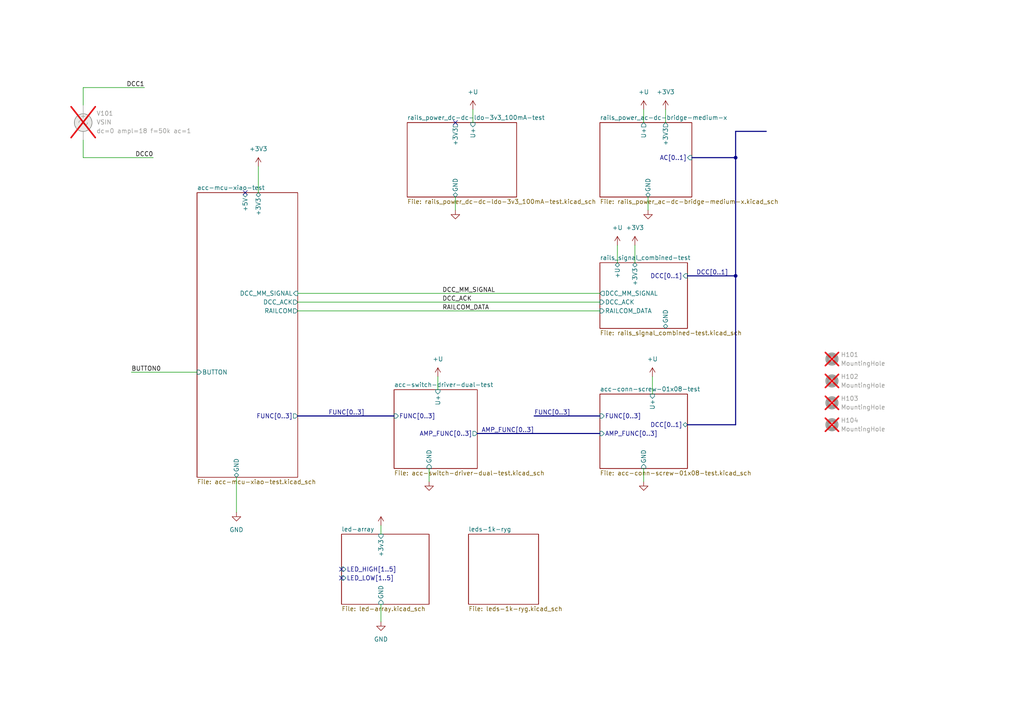
<source format=kicad_sch>
(kicad_sch (version 20231120) (generator "eeschema") (generator_version "8.0")
  (paper "A4")
  (title_block (title "xDuinoRail - LocDecoder - Development Kit") (date "2024-10-09") (rev "v0.2") (company "Chatelain Engineering, Bern - CH"))
  (lib_symbols
    (symbol "Mechanical:MountingHole" (pin_names (offset 1.016)) (exclude_from_sim yes) (in_bom no)
      (property "Reference" "H" (at 0 5.08 0))
      (property "Value" "MountingHole" (at 0 3.175 0))
      (symbol "MountingHole_0_1"
        (circle (center 0 0) (radius 1.27) (stroke (width 1.27)))
      )
    )
    (symbol "Simulation_SPICE:VSIN" (pin_numbers hide) (pin_names (offset 0.0254))
      (property "Reference" "V" (at 2.54 2.54 0))
      (property "Value" "VSIN" (at 2.54 0 0))
      (property "Sim.Params" "dc=0 ampl=1 f=1k ac=1" (at 2.54 -2.54 0))
      (symbol "VSIN_0_0"
        (arc (start 0 0) (mid -0.635 0.6323) (end -1.27 0))
        (arc (start 0 0) (mid 0.635 -0.6323) (end 1.27 0))
        (text "+" (at 0 1.905 0) (effects (font (size 1.27 1.27))))
      )
      (symbol "VSIN_0_1"
        (circle (center 0 0) (radius 2.54) (stroke (width 0.254)) (fill (type background)))
      )
      (symbol "VSIN_1_1"
        (pin passive line (at 0 5.08 270) (length 2.54) (name "~") (number "1"))
        (pin passive line (at 0 -5.08 90) (length 2.54) (name "~") (number "2"))
      )
    )
    (symbol "power:+3V3" (power) (pin_names (offset 0))
      (property "Value" "+3V3" (at 0 3.556 0))
      (symbol "+3V3_0_1"
        (polyline (pts (xy -0.762 1.27) (xy 0 2.54)))
        (polyline (pts (xy 0 0) (xy 0 2.54)))
        (polyline (pts (xy 0 2.54) (xy 0.762 1.27)))
      )
      (symbol "+3V3_1_1"
        (pin power_in line (at 0 0 90) (length 0) hide (name "+3V3") (number "1"))
      )
    )
    (symbol "power:GND" (power) (pin_names (offset 0))
      (property "Value" "GND" (at 0 -3.81 0))
      (symbol "GND_0_1"
        (polyline (pts (xy 0 0) (xy 0 -1.27) (xy 1.27 -1.27) (xy 0 -2.54) (xy -1.27 -1.27) (xy 0 -1.27)))
      )
      (symbol "GND_1_1"
        (pin power_in line (at 0 0 270) (length 0) hide (name "GND") (number "1"))
      )
    )
    (symbol "power:VCC" (power) (pin_names (offset 0))
      (property "Value" "VCC" (at 0 3.81 0))
      (symbol "VCC_0_1"
        (polyline (pts (xy -0.762 1.27) (xy 0 2.54)))
        (polyline (pts (xy 0 0) (xy 0 2.54)))
        (polyline (pts (xy 0 2.54) (xy 0.762 1.27)))
      )
      (symbol "VCC_1_1"
        (pin power_in line (at 0 0 90) (length 0) hide (name "VCC") (number "1"))
      )
    )
  )
  (junction (at 213.36 80.01))
  (junction (at 213.36 45.72))
  (no_connect (at 71.12 55.88))
  (no_connect (at 99.06 167.64))
  (no_connect (at 99.06 165.1))
  (no_connect (at 132.08 35.56))
  (bus (pts (xy 199.39 123.19) (xy 213.36 123.19)))
  (wire (pts (xy 86.36 90.17) (xy 173.99 90.17)))
  (wire (pts (xy 184.15 71.12) (xy 184.15 76.2)))
  (bus (pts (xy 213.36 80.01) (xy 213.36 123.19)))
  (wire (pts (xy 86.36 87.63) (xy 173.99 87.63)))
  (bus (pts (xy 86.36 120.65) (xy 114.3 120.65)))
  (bus (pts (xy 213.36 38.1) (xy 213.36 45.72)))
  (wire (pts (xy 187.96 57.15) (xy 187.96 60.96)))
  (wire (pts (xy 38.1 107.95) (xy 57.15 107.95)))
  (wire (pts (xy 110.49 180.34) (xy 110.49 175.26)))
  (wire (pts (xy 137.16 31.75) (xy 137.16 35.56)))
  (wire (pts (xy 24.13 25.4) (xy 24.13 30.48)))
  (bus (pts (xy 199.39 80.01) (xy 213.36 80.01)))
  (wire (pts (xy 193.04 31.75) (xy 193.04 35.56)))
  (bus (pts (xy 213.36 38.1) (xy 222.25 38.1)))
  (wire (pts (xy 86.36 85.09) (xy 173.99 85.09)))
  (wire (pts (xy 186.69 31.75) (xy 186.69 35.56)))
  (wire (pts (xy 132.08 57.15) (xy 132.08 60.96)))
  (wire (pts (xy 24.13 40.64) (xy 24.13 45.72)))
  (bus (pts (xy 173.99 120.65) (xy 154.94 120.65)))
  (wire (pts (xy 186.69 135.89) (xy 186.69 139.7)))
  (wire (pts (xy 127 109.22) (xy 127 113.03)))
  (bus (pts (xy 200.66 45.72) (xy 213.36 45.72)))
  (bus (pts (xy 213.36 45.72) (xy 213.36 80.01)))
  (bus (pts (xy 138.43 125.73) (xy 173.99 125.73)))
  (wire (pts (xy 110.49 152.4) (xy 110.49 154.94)))
  (wire (pts (xy 24.13 45.72) (xy 44.45 45.72)))
  (wire (pts (xy 74.93 48.26) (xy 74.93 55.88)))
  (wire (pts (xy 179.07 71.12) (xy 179.07 76.2)))
  (wire (pts (xy 124.46 135.89) (xy 124.46 139.7)))
  (wire (pts (xy 24.13 25.4) (xy 41.91 25.4)))
  (wire (pts (xy 68.58 138.43) (xy 68.58 148.59)))
  (wire (pts (xy 189.23 109.22) (xy 189.23 114.3)))
  (label "DCC_ACK" (at 128.27 87.63 0))
  (label "DCC0" (at 44.45 45.72 180))
  (label "FUNC[0..3]" (at 95.25 120.65 0))
  (label "AMP_FUNC[0..3]" (at 154.94 125.73 180))
  (label "RAILCOM_DATA" (at 128.27 90.17 0))
  (label "DCC_MM_SIGNAL" (at 128.27 85.09 0))
  (label "FUNC[0..3]" (at 154.94 120.65 0))
  (label "DCC1" (at 41.91 25.4 180))
  (label "DCC[0..1]" (at 201.93 80.01 0))
  (label "BUTTON0" (at 38.1 107.95 0))
  (symbol (lib_id "power:VCC") (at 137.16 31.75 0) (unit 1)
    (property "Reference" "#PWR0108" (effects (hide yes)))
    (property "Value" "+U" (at 137.16 26.67 0))
    (property "Description" "Power symbol creates a global label with name \"VCC\"" (effects (hide yes)))
  )
  (symbol (lib_id "Mechanical:MountingHole") (at 241.3 110.49 0) (unit 1) (exclude_from_sim yes) (in_bom no) (dnp yes)
    (property "Reference" "H102" (at 243.84 109.2199 0) (effects (justify left)))
    (property "Value" "MountingHole" (at 243.84 111.7599 0) (effects (justify left)))
    (property "Footprint" "MountingHole:MountingHole_3.2mm_M3" (effects (hide yes)))
    (property "Description" "Mounting Hole without connection" (effects (hide yes)))
  )
  (symbol (lib_id "power:GND") (at 68.58 148.59 0) (unit 1)
    (property "Reference" "#PWR0101" (effects (hide yes)))
    (property "Value" "GND" (at 68.58 153.67 0))
    (property "Description" "Power symbol creates a global label with name \"GND\" , ground" (effects (hide yes)))
  )
  (symbol (lib_id "power:GND") (at 187.96 60.96 0) (unit 1)
    (property "Reference" "#PWR0113" (effects (hide yes)))
    (property "Value" "GND" (effects (hide yes)))
    (property "Description" "Power symbol creates a global label with name \"GND\" , ground" (effects (hide yes)))
  )
  (symbol (lib_id "power:VCC") (at 189.23 109.22 0) (unit 1)
    (property "Reference" "#PWR0114" (effects (hide yes)))
    (property "Value" "+U" (at 189.23 104.14 0))
    (property "Description" "Power symbol creates a global label with name \"VCC\"" (effects (hide yes)))
  )
  (symbol (lib_id "power:+3V3") (at 110.49 152.4 0) (unit 1)
    (property "Reference" "#PWR0103" (effects (hide yes)))
    (property "Value" "+3V3" (effects (hide yes)))
    (property "Description" "Power symbol creates a global label with name \"+3V3\"" (effects (hide yes)))
  )
  (symbol (lib_id "power:VCC") (at 186.69 31.75 0) (unit 1)
    (property "Reference" "#PWR0111" (effects (hide yes)))
    (property "Value" "+U" (at 186.69 26.67 0))
    (property "Description" "Power symbol creates a global label with name \"VCC\"" (effects (hide yes)))
  )
  (symbol (lib_id "power:+3V3") (at 193.04 31.75 0) (unit 1)
    (property "Reference" "#PWR0115" (effects (hide yes)))
    (property "Value" "+3V3" (at 193.04 26.67 0))
    (property "Description" "Power symbol creates a global label with name \"+3V3\"" (effects (hide yes)))
  )
  (symbol (lib_id "Mechanical:MountingHole") (at 241.3 116.84 0) (unit 1) (exclude_from_sim yes) (in_bom no) (dnp yes)
    (property "Reference" "H103" (at 243.84 115.5699 0) (effects (justify left)))
    (property "Value" "MountingHole" (at 243.84 118.1099 0) (effects (justify left)))
    (property "Footprint" "MountingHole:MountingHole_3.2mm_M3" (effects (hide yes)))
    (property "Description" "Mounting Hole without connection" (effects (hide yes)))
  )
  (symbol (lib_id "power:VCC") (at 179.07 71.12 0) (unit 1)
    (property "Reference" "#PWR0109" (effects (hide yes)))
    (property "Value" "+U" (at 179.07 66.04 0))
    (property "Description" "Power symbol creates a global label with name \"VCC\"" (effects (hide yes)))
  )
  (symbol (lib_id "Mechanical:MountingHole") (at 241.3 123.19 0) (unit 1) (exclude_from_sim yes) (in_bom no) (dnp yes)
    (property "Reference" "H104" (at 243.84 121.9199 0) (effects (justify left)))
    (property "Value" "MountingHole" (at 243.84 124.4599 0) (effects (justify left)))
    (property "Footprint" "MountingHole:MountingHole_3.2mm_M3" (effects (hide yes)))
    (property "Description" "Mounting Hole without connection" (effects (hide yes)))
  )
  (symbol (lib_id "power:+3V3") (at 74.93 48.26 0) (unit 1)
    (property "Reference" "#PWR0102" (effects (hide yes)))
    (property "Value" "+3V3" (at 74.93 43.18 0))
    (property "Description" "Power symbol creates a global label with name \"+3V3\"" (effects (hide yes)))
  )
  (symbol (lib_id "Simulation_SPICE:VSIN") (at 24.13 35.56 0) (unit 1) (in_bom no) (on_board no) (dnp yes)
    (property "Reference" "V101" (at 27.94 32.8901 0) (effects (justify left)))
    (property "Value" "VSIN" (at 27.94 35.4301 0) (effects (justify left)))
    (property "Datasheet" "https://ngspice.sourceforge.io/docs/ngspice-html-manual/manual.xhtml#sec_Independent_Sources_for" (effects (hide yes)))
    (property "Description" "Voltage source, sinusoidal" (effects (hide yes)))
    (property "Sim.Pins" "1=+ 2=-" (effects (hide yes)))
    (property "Sim.Params" "dc=0 ampl=18 f=50k ac=1" (at 27.94 37.9701 0) (effects (justify left)))
    (property "Sim.Type" "SIN" (effects (hide yes)))
    (property "Sim.Device" "V" (effects (hide yes)))
  )
  (symbol (lib_id "power:GND") (at 132.08 60.96 0) (unit 1)
    (property "Reference" "#PWR0107" (effects (hide yes)))
    (property "Value" "GND" (effects (hide yes)))
    (property "Description" "Power symbol creates a global label with name \"GND\" , ground" (effects (hide yes)))
  )
  (symbol (lib_id "power:VCC") (at 127 109.22 0) (mirror y) (unit 1)
    (property "Reference" "#PWR0106" (effects (hide yes)))
    (property "Value" "+U" (at 127 104.14 0))
    (property "Description" "Power symbol creates a global label with name \"VCC\"" (effects (hide yes)))
  )
  (symbol (lib_id "Mechanical:MountingHole") (at 241.3 104.14 0) (unit 1) (exclude_from_sim yes) (in_bom no) (dnp yes)
    (property "Reference" "H101" (at 243.84 102.8699 0) (effects (justify left)))
    (property "Value" "MountingHole" (at 243.84 105.4099 0) (effects (justify left)))
    (property "Footprint" "MountingHole:MountingHole_3.2mm_M3" (effects (hide yes)))
    (property "Description" "Mounting Hole without connection" (effects (hide yes)))
  )
  (symbol (lib_id "power:+3V3") (at 184.15 71.12 0) (unit 1)
    (property "Reference" "#PWR0110" (effects (hide yes)))
    (property "Value" "+3V3" (at 184.15 66.04 0))
    (property "Description" "Power symbol creates a global label with name \"+3V3\"" (effects (hide yes)))
  )
  (symbol (lib_id "power:GND") (at 186.69 139.7 0) (unit 1)
    (property "Reference" "#PWR0112" (effects (hide yes)))
    (property "Value" "GND" (effects (hide yes)))
    (property "Description" "Power symbol creates a global label with name \"GND\" , ground" (effects (hide yes)))
  )
  (symbol (lib_id "power:GND") (at 110.49 180.34 0) (unit 1)
    (property "Reference" "#PWR0104" (effects (hide yes)))
    (property "Value" "GND" (at 110.49 185.42 0))
    (property "Description" "Power symbol creates a global label with name \"GND\" , ground" (effects (hide yes)))
  )
  (symbol (lib_id "power:GND") (at 124.46 139.7 0) (mirror y) (unit 1)
    (property "Reference" "#PWR0105" (effects (hide yes)))
    (property "Value" "GND" (effects (hide yes)))
    (property "Description" "Power symbol creates a global label with name \"GND\" , ground" (effects (hide yes)))
  )
  (sheet (at 118.11 35.56) (size 31.75 21.59) (stroke (width 0.1524))
    (property "Sheetname" "rails_power_dc-dc-ldo-3v3_100mA-test" (at 118.11 34.8484 0) (effects (justify left bottom)))
    (property "Sheetfile" "rails_power_dc-dc-ldo-3v3_100mA-test.kicad_sch" (at 118.11 57.7346 0) (effects (justify left top)))
    (pin "+3V3" output (at 132.08 35.56 90))
    (pin "GND" bidirectional (at 132.08 57.15 270))
    (pin "U+" input (at 137.16 35.56 90))
  )
  (sheet (at 114.3 113.03) (size 24.13 22.86) (stroke (width 0.1524))
    (property "Sheetname" "acc-switch-driver-dual-test" (at 114.3 112.3184 0) (effects (justify left bottom)))
    (property "Sheetfile" "acc-switch-driver-dual-test.kicad_sch" (at 114.3 136.4746 0) (effects (justify left top)))
    (pin "U+" input (at 127 113.03 90))
    (pin "FUNC[0..3]" input (at 114.3 120.65 180))
    (pin "GND" input (at 124.46 135.89 270))
    (pin "AMP_FUNC[0..3]" output (at 138.43 125.73 0))
  )
  (sheet (at 99.06 154.94) (size 25.4 20.32) (stroke (width 0.1524))
    (property "Sheetname" "led-array" (at 99.06 154.2284 0) (effects (justify left bottom)))
    (property "Sheetfile" "led-array.kicad_sch" (at 99.06 175.8446 0) (effects (justify left top)))
    (pin "+3v3" input (at 110.49 154.94 90))
    (pin "GND" input (at 110.49 175.26 270))
    (pin "LED_LOW[1..5]" input (at 99.06 167.64 180))
    (pin "LED_HIGH[1..5]" input (at 99.06 165.1 180))
  )
  (sheet (at 173.99 76.2) (size 25.4 19.05) (stroke (width 0.1524))
    (property "Sheetname" "rails_signal_combined-test" (at 173.99 75.4884 0) (effects (justify left bottom)))
    (property "Sheetfile" "rails_signal_combined-test.kicad_sch" (at 173.99 95.8346 0) (effects (justify left top)))
    (pin "DCC_MM_SIGNAL" output (at 173.99 85.09 180))
    (pin "GND" bidirectional (at 193.04 95.25 270))
    (pin "RAILCOM_DATA" input (at 173.99 90.17 180))
    (pin "+3V3" bidirectional (at 184.15 76.2 90))
    (pin "DCC[0..1]" input (at 199.39 80.01 0))
    (pin "DCC_ACK" input (at 173.99 87.63 180))
    (pin "+U" bidirectional (at 179.07 76.2 90))
  )
  (sheet (at 135.89 154.94) (size 20.32 20.32) (stroke (width 0.1524))
    (property "Sheetname" "leds-1k-ryg" (at 135.89 154.2284 0) (effects (justify left bottom)))
    (property "Sheetfile" "leds-1k-ryg.kicad_sch" (at 135.89 175.8446 0) (effects (justify left top)))
  )
  (sheet (at 173.99 35.56) (size 26.67 21.59) (stroke (width 0.1524))
    (property "Sheetname" "rails_power_ac-dc-bridge-medium-x" (at 173.99 34.8484 0) (effects (justify left bottom)))
    (property "Sheetfile" "rails_power_ac-dc-bridge-medium-x.kicad_sch" (at 173.99 57.7346 0) (effects (justify left top)))
    (pin "U+" output (at 186.69 35.56 90))
    (pin "AC[0..1]" input (at 200.66 45.72 0))
    (pin "+3V3" output (at 193.04 35.56 90))
    (pin "GND" bidirectional (at 187.96 57.15 270))
  )
  (sheet (at 57.15 55.88) (size 29.21 82.55) (stroke (width 0.1524))
    (property "Sheetname" "acc-mcu-xiao-test" (at 57.15 55.1684 0) (effects (justify left bottom)))
    (property "Sheetfile" "acc-mcu-xiao-test.kicad_sch" (at 57.15 139.0146 0) (effects (justify left top)))
    (pin "GND" bidirectional (at 68.58 138.43 270))
    (pin "+5V" bidirectional (at 71.12 55.88 90))
    (pin "+3V3" bidirectional (at 74.93 55.88 90))
    (pin "DCC_MM_SIGNAL" input (at 86.36 85.09 0))
    (pin "RAILCOM" output (at 86.36 90.17 0))
    (pin "DCC_ACK" output (at 86.36 87.63 0))
    (pin "FUNC[0..3]" output (at 86.36 120.65 0))
    (pin "BUTTON" input (at 57.15 107.95 180))
  )
  (sheet (at 173.99 114.3) (size 25.4 21.59) (stroke (width 0.1524))
    (property "Sheetname" "acc-conn-screw-01x08-test" (at 173.99 113.5884 0) (effects (justify left bottom)))
    (property "Sheetfile" "acc-conn-screw-01x08-test.kicad_sch" (at 173.99 136.4746 0) (effects (justify left top)))
    (pin "GND" input (at 186.69 135.89 270))
    (pin "U+" input (at 189.23 114.3 90))
    (pin "DCC[0..1]" bidirectional (at 199.39 123.19 0))
    (pin "AMP_FUNC[0..3]" input (at 173.99 125.73 180))
    (pin "FUNC[0..3]" input (at 173.99 120.65 180))
  )
)
</source>
